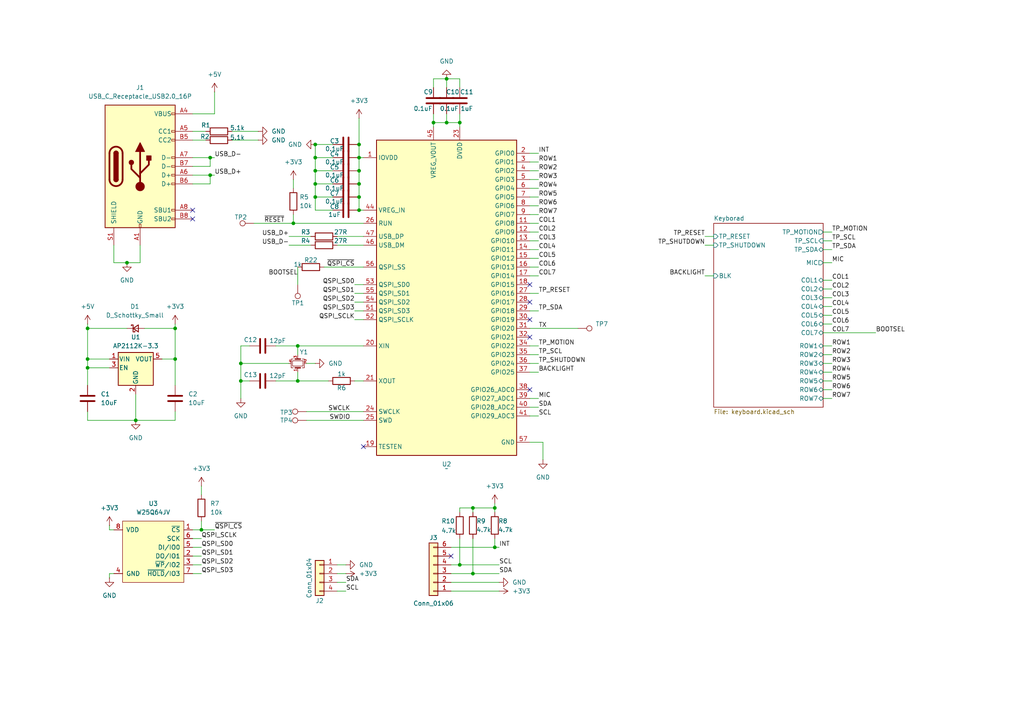
<source format=kicad_sch>
(kicad_sch (version 20231120) (generator "eeschema") (generator_version "8.0")
  (paper "A4")
  (lib_symbols
    (symbol "Connector:TestPoint" (pin_numbers hide) (pin_names (offset 0.762) hide)
      (property "Reference" "TP" (at 0 6.858 0))
      (property "Value" "TestPoint" (at 0 5.08 0))
      (symbol "TestPoint_0_1"
        (circle (center 0 3.302) (radius 0.762))
      )
      (symbol "TestPoint_1_1"
        (pin passive line (at 0 0 90) (length 2.54) (name "1") (number "1"))
      )
    )
    (symbol "Connector:USB_C_Receptacle_USB2.0_16P" (pin_names (offset 1.016))
      (property "Reference" "J" (at 0 22.225 0))
      (property "Value" "USB_C_Receptacle_USB2.0_16P" (at 0 19.685 0))
      (symbol "USB_C_Receptacle_USB2.0_16P_0_0"
        (rectangle (start -0.254 -17.78) (end 0.254 -16.764))
        (rectangle (start 10.16 -14.986) (end 9.144 -15.494))
        (rectangle (start 10.16 -12.446) (end 9.144 -12.954))
        (rectangle (start 10.16 -4.826) (end 9.144 -5.334))
        (rectangle (start 10.16 -2.286) (end 9.144 -2.794))
        (rectangle (start 10.16 0.254) (end 9.144 -0.254))
        (rectangle (start 10.16 2.794) (end 9.144 2.286))
        (rectangle (start 10.16 7.874) (end 9.144 7.366))
        (rectangle (start 10.16 10.414) (end 9.144 9.906))
        (rectangle (start 10.16 15.494) (end 9.144 14.986))
      )
      (symbol "USB_C_Receptacle_USB2.0_16P_0_1"
        (rectangle (start -10.16 17.78) (end 10.16 -17.78) (stroke (width 0.254)) (fill (type background)))
        (arc (start -8.89 -3.81) (mid -6.985 -5.7067) (end -5.08 -3.81) (stroke (width 0.508)))
        (arc (start -7.62 -3.81) (mid -6.985 -4.4423) (end -6.35 -3.81) (stroke (width 0.254)))
        (arc (start -7.62 -3.81) (mid -6.985 -4.4423) (end -6.35 -3.81) (stroke (width 0.254)) (fill (type outline)))
        (rectangle (start -7.62 -3.81) (end -6.35 3.81) (stroke (width 0.254)) (fill (type outline)))
        (arc (start -6.35 3.81) (mid -6.985 4.4423) (end -7.62 3.81) (stroke (width 0.254)))
        (arc (start -6.35 3.81) (mid -6.985 4.4423) (end -7.62 3.81) (stroke (width 0.254)) (fill (type outline)))
        (arc (start -5.08 3.81) (mid -6.985 5.7067) (end -8.89 3.81) (stroke (width 0.508)))
        (circle (center -2.54 1.143) (radius 0.635) (stroke (width 0.254)) (fill (type outline)))
        (circle (center 0 -5.842) (radius 1.27) (fill (type outline)))
        (polyline (pts (xy -8.89 -3.81) (xy -8.89 3.81)) (stroke (width 0.508)))
        (polyline (pts (xy -5.08 3.81) (xy -5.08 -3.81)) (stroke (width 0.508)))
        (polyline (pts (xy 0 -5.842) (xy 0 4.318)) (stroke (width 0.508)))
        (polyline (pts (xy 0 -3.302) (xy -2.54 -0.762) (xy -2.54 0.508)) (stroke (width 0.508)))
        (polyline (pts (xy 0 -2.032) (xy 2.54 0.508) (xy 2.54 1.778)) (stroke (width 0.508)))
        (polyline (pts (xy -1.27 4.318) (xy 0 6.858) (xy 1.27 4.318) (xy -1.27 4.318)) (stroke (width 0.254)) (fill (type outline)))
        (rectangle (start 1.905 1.778) (end 3.175 3.048) (stroke (width 0.254)) (fill (type outline)))
      )
      (symbol "USB_C_Receptacle_USB2.0_16P_1_1"
        (pin passive line (at 0 -22.86 90) (length 5.08) (name "GND") (number "A1"))
        (pin passive line (at 0 -22.86 90) (length 5.08) hide (name "GND") (number "A12"))
        (pin passive line (at 15.24 15.24 180) (length 5.08) (name "VBUS") (number "A4"))
        (pin bidirectional line (at 15.24 10.16 180) (length 5.08) (name "CC1") (number "A5"))
        (pin bidirectional line (at 15.24 -2.54 180) (length 5.08) (name "D+") (number "A6"))
        (pin bidirectional line (at 15.24 2.54 180) (length 5.08) (name "D-") (number "A7"))
        (pin bidirectional line (at 15.24 -12.7 180) (length 5.08) (name "SBU1") (number "A8"))
        (pin passive line (at 15.24 15.24 180) (length 5.08) hide (name "VBUS") (number "A9"))
        (pin passive line (at 0 -22.86 90) (length 5.08) hide (name "GND") (number "B1"))
        (pin passive line (at 0 -22.86 90) (length 5.08) hide (name "GND") (number "B12"))
        (pin passive line (at 15.24 15.24 180) (length 5.08) hide (name "VBUS") (number "B4"))
        (pin bidirectional line (at 15.24 7.62 180) (length 5.08) (name "CC2") (number "B5"))
        (pin bidirectional line (at 15.24 -5.08 180) (length 5.08) (name "D+") (number "B6"))
        (pin bidirectional line (at 15.24 0 180) (length 5.08) (name "D-") (number "B7"))
        (pin bidirectional line (at 15.24 -15.24 180) (length 5.08) (name "SBU2") (number "B8"))
        (pin passive line (at 15.24 15.24 180) (length 5.08) hide (name "VBUS") (number "B9"))
        (pin passive line (at -7.62 -22.86 90) (length 5.08) (name "SHIELD") (number "S1"))
      )
    )
    (symbol "Connector_Generic:Conn_01x04" (pin_names (offset 1.016) hide)
      (property "Reference" "J" (at 0 5.08 0))
      (property "Value" "Conn_01x04" (at 0 -7.62 0))
      (symbol "Conn_01x04_1_1"
        (rectangle (start -1.27 -4.953) (end 0 -5.207) (stroke (width 0.1524)))
        (rectangle (start -1.27 -2.413) (end 0 -2.667) (stroke (width 0.1524)))
        (rectangle (start -1.27 0.127) (end 0 -0.127) (stroke (width 0.1524)))
        (rectangle (start -1.27 2.667) (end 0 2.413) (stroke (width 0.1524)))
        (rectangle (start -1.27 3.81) (end 1.27 -6.35) (stroke (width 0.254)) (fill (type background)))
        (pin passive line (at -5.08 2.54 0) (length 3.81) (name "Pin_1") (number "1"))
        (pin passive line (at -5.08 0 0) (length 3.81) (name "Pin_2") (number "2"))
        (pin passive line (at -5.08 -2.54 0) (length 3.81) (name "Pin_3") (number "3"))
        (pin passive line (at -5.08 -5.08 0) (length 3.81) (name "Pin_4") (number "4"))
      )
    )
    (symbol "Connector_Generic:Conn_01x06" (pin_names (offset 1.016) hide)
      (property "Reference" "J" (at 0 7.62 0))
      (property "Value" "Conn_01x06" (at 0 -10.16 0))
      (symbol "Conn_01x06_1_1"
        (rectangle (start -1.27 -7.493) (end 0 -7.747) (stroke (width 0.1524)))
        (rectangle (start -1.27 -4.953) (end 0 -5.207) (stroke (width 0.1524)))
        (rectangle (start -1.27 -2.413) (end 0 -2.667) (stroke (width 0.1524)))
        (rectangle (start -1.27 0.127) (end 0 -0.127) (stroke (width 0.1524)))
        (rectangle (start -1.27 2.667) (end 0 2.413) (stroke (width 0.1524)))
        (rectangle (start -1.27 5.207) (end 0 4.953) (stroke (width 0.1524)))
        (rectangle (start -1.27 6.35) (end 1.27 -8.89) (stroke (width 0.254)) (fill (type background)))
        (pin passive line (at -5.08 5.08 0) (length 3.81) (name "Pin_1") (number "1"))
        (pin passive line (at -5.08 2.54 0) (length 3.81) (name "Pin_2") (number "2"))
        (pin passive line (at -5.08 0 0) (length 3.81) (name "Pin_3") (number "3"))
        (pin passive line (at -5.08 -2.54 0) (length 3.81) (name "Pin_4") (number "4"))
        (pin passive line (at -5.08 -5.08 0) (length 3.81) (name "Pin_5") (number "5"))
        (pin passive line (at -5.08 -7.62 0) (length 3.81) (name "Pin_6") (number "6"))
      )
    )
    (symbol "Device:C" (pin_numbers hide) (pin_names (offset 0.254))
      (property "Reference" "C" (at 0.635 2.54 0))
      (property "Value" "C" (at 0.635 -2.54 0))
      (symbol "C_0_1"
        (polyline (pts (xy -2.032 -0.762) (xy 2.032 -0.762)) (stroke (width 0.508)))
        (polyline (pts (xy -2.032 0.762) (xy 2.032 0.762)) (stroke (width 0.508)))
      )
      (symbol "C_1_1"
        (pin passive line (at 0 3.81 270) (length 2.794) (name "~") (number "1"))
        (pin passive line (at 0 -3.81 90) (length 2.794) (name "~") (number "2"))
      )
    )
    (symbol "Device:Crystal_GND24_Small" (pin_names (offset 1.016) hide)
      (property "Reference" "Y" (at 1.27 4.445 0))
      (property "Value" "Crystal_GND24_Small" (at 1.27 2.54 0))
      (symbol "Crystal_GND24_Small_0_1"
        (rectangle (start -0.762 -1.524) (end 0.762 1.524))
        (polyline (pts (xy -1.27 -0.762) (xy -1.27 0.762)) (stroke (width 0.381)))
        (polyline (pts (xy 1.27 -0.762) (xy 1.27 0.762)) (stroke (width 0.381)))
        (polyline (pts (xy -1.27 -1.27) (xy -1.27 -1.905) (xy 1.27 -1.905) (xy 1.27 -1.27)))
        (polyline (pts (xy -1.27 1.27) (xy -1.27 1.905) (xy 1.27 1.905) (xy 1.27 1.27)))
      )
      (symbol "Crystal_GND24_Small_1_1"
        (pin passive line (at -2.54 0 0) (length 1.27) (name "1") (number "1"))
        (pin passive line (at 0 -2.54 90) (length 0.635) (name "2") (number "2"))
        (pin passive line (at 2.54 0 180) (length 1.27) (name "3") (number "3"))
        (pin passive line (at 0 2.54 270) (length 0.635) (name "4") (number "4"))
      )
    )
    (symbol "Device:D_Schottky_Small" (pin_numbers hide) (pin_names (offset 0.254) hide)
      (property "Reference" "D" (at -1.27 2.032 0))
      (property "Value" "D_Schottky_Small" (at -7.112 -2.032 0))
      (symbol "D_Schottky_Small_0_1"
        (polyline (pts (xy -0.762 0) (xy 0.762 0)))
        (polyline (pts (xy 0.762 -1.016) (xy -0.762 0) (xy 0.762 1.016) (xy 0.762 -1.016)) (stroke (width 0.254)))
        (polyline (pts (xy -1.27 0.762) (xy -1.27 1.016) (xy -0.762 1.016) (xy -0.762 -1.016) (xy -0.254 -1.016) (xy -0.254 -0.762)) (stroke (width 0.254)))
      )
      (symbol "D_Schottky_Small_1_1"
        (pin passive line (at -2.54 0 0) (length 1.778) (name "K") (number "1"))
        (pin passive line (at 2.54 0 180) (length 1.778) (name "A") (number "2"))
      )
    )
    (symbol "Device:R" (pin_numbers hide) (pin_names (offset 0))
      (property "Reference" "R" (at 2.032 0 90))
      (property "Value" "R" (at 0 0 90))
      (symbol "R_0_1"
        (rectangle (start -1.016 -2.54) (end 1.016 2.54) (stroke (width 0.254)))
      )
      (symbol "R_1_1"
        (pin passive line (at 0 3.81 270) (length 1.27) (name "~") (number "1"))
        (pin passive line (at 0 -3.81 90) (length 1.27) (name "~") (number "2"))
      )
    )
    (symbol "Memory_Flash_Extra:W25Q64JV" (pin_names (offset 1.016))
      (property "Reference" "U" (at 8.89 10.16 0))
      (property "Value" "W25Q64JV" (at 0 -10.16 0))
      (symbol "W25Q64JV_0_1"
        (rectangle (start -8.89 8.89) (end 8.89 -8.89) (fill (type background)))
      )
      (symbol "W25Q64JV_1_1"
        (pin input line (at 11.43 6.35 180) (length 2.54) (name "~{CS}") (number "1"))
        (pin bidirectional line (at 11.43 -1.27 180) (length 2.54) (name "DO/IO1") (number "2"))
        (pin bidirectional line (at 11.43 -3.81 180) (length 2.54) (name "~{WP}/IO2") (number "3"))
        (pin power_in line (at -11.43 -6.35 0) (length 2.54) (name "GND") (number "4"))
        (pin bidirectional line (at 11.43 1.27 180) (length 2.54) (name "DI/IO0") (number "5"))
        (pin input line (at 11.43 3.81 180) (length 2.54) (name "SCK") (number "6"))
        (pin bidirectional line (at 11.43 -6.35 180) (length 2.54) (name "~{HOLD}/IO3") (number "7"))
        (pin power_in line (at -11.43 6.35 0) (length 2.54) (name "VDD") (number "8"))
        (pin passive line (at -11.43 -6.35 0) (length 2.54) hide (name "GND") (number "9"))
      )
    )
    (symbol "New_Library:my_RP2040"
      (property "Reference" "U" (at 20.828 -1.524 0))
      (symbol "my_RP2040_0_1"
        (rectangle (start -19.05 -6.35) (end 21.59 -97.79) (stroke (width 0.254)) (fill (type background)))
      )
      (symbol "my_RP2040_1_1"
        (pin power_in line (at -22.86 -11.43 0) (length 3.81) (name "IOVDD") (number "1"))
        (pin passive line (at -22.86 -11.43 0) (length 3.81) hide (name "IOVDD") (number "10"))
        (pin bidirectional line (at 25.4 -30.48 180) (length 3.81) (name "GPIO8") (number "11"))
        (pin bidirectional line (at 25.4 -33.02 180) (length 3.81) (name "GPIO9") (number "12"))
        (pin bidirectional line (at 25.4 -35.56 180) (length 3.81) (name "GPIO10") (number "13"))
        (pin bidirectional line (at 25.4 -38.1 180) (length 3.81) (name "GPIO11") (number "14"))
        (pin bidirectional line (at 25.4 -40.64 180) (length 3.81) (name "GPIO12") (number "15"))
        (pin bidirectional line (at 25.4 -43.18 180) (length 3.81) (name "GPIO13") (number "16"))
        (pin bidirectional line (at 25.4 -45.72 180) (length 3.81) (name "GPIO14") (number "17"))
        (pin bidirectional line (at 25.4 -48.26 180) (length 3.81) (name "GPIO15") (number "18"))
        (pin input line (at -22.86 -95.25 0) (length 3.81) (name "TESTEN") (number "19"))
        (pin bidirectional line (at 25.4 -10.16 180) (length 3.81) (name "GPIO0") (number "2"))
        (pin input line (at -22.86 -66.04 0) (length 3.81) (name "XIN") (number "20"))
        (pin passive line (at -22.86 -76.2 0) (length 3.81) (name "XOUT") (number "21"))
        (pin passive line (at -22.86 -11.43 0) (length 3.81) hide (name "IOVDD") (number "22"))
        (pin power_in line (at 5.08 -2.54 270) (length 3.81) (name "DVDD") (number "23"))
        (pin input line (at -22.86 -85.09 0) (length 3.81) (name "SWCLK") (number "24"))
        (pin bidirectional line (at -22.86 -87.63 0) (length 3.81) (name "SWD") (number "25"))
        (pin input line (at -22.86 -30.48 0) (length 3.81) (name "RUN") (number "26"))
        (pin bidirectional line (at 25.4 -50.8 180) (length 3.81) (name "GPIO16") (number "27"))
        (pin bidirectional line (at 25.4 -53.34 180) (length 3.81) (name "GPIO17") (number "28"))
        (pin bidirectional line (at 25.4 -55.88 180) (length 3.81) (name "GPIO18") (number "29"))
        (pin bidirectional line (at 25.4 -12.7 180) (length 3.81) (name "GPIO1") (number "3"))
        (pin bidirectional line (at 25.4 -58.42 180) (length 3.81) (name "GPIO19") (number "30"))
        (pin bidirectional line (at 25.4 -60.96 180) (length 3.81) (name "GPIO20") (number "31"))
        (pin bidirectional line (at 25.4 -63.5 180) (length 3.81) (name "GPIO21") (number "32"))
        (pin passive line (at -22.86 -11.43 0) (length 3.81) hide (name "IOVDD") (number "33"))
        (pin bidirectional line (at 25.4 -66.04 180) (length 3.81) (name "GPIO22") (number "34"))
        (pin bidirectional line (at 25.4 -68.58 180) (length 3.81) (name "GPIO23") (number "35"))
        (pin bidirectional line (at 25.4 -71.12 180) (length 3.81) (name "GPIO24") (number "36"))
        (pin bidirectional line (at 25.4 -73.66 180) (length 3.81) (name "GPIO25") (number "37"))
        (pin bidirectional line (at 25.4 -78.74 180) (length 3.81) (name "GPIO26_ADC0") (number "38"))
        (pin bidirectional line (at 25.4 -81.28 180) (length 3.81) (name "GPIO27_ADC1") (number "39"))
        (pin bidirectional line (at 25.4 -15.24 180) (length 3.81) (name "GPIO2") (number "4"))
        (pin bidirectional line (at 25.4 -83.82 180) (length 3.81) (name "GPIO28_ADC2") (number "40"))
        (pin bidirectional line (at 25.4 -86.36 180) (length 3.81) (name "GPIO29_ADC3") (number "41"))
        (pin passive line (at -22.86 -11.43 0) (length 3.81) hide (name "IOVDD") (number "42"))
        (pin power_in line (at -22.86 -11.43 0) (length 3.81) hide (name "ADC_AVDD") (number "43"))
        (pin power_in line (at -22.86 -26.67 0) (length 3.81) (name "VREG_IN") (number "44"))
        (pin power_out line (at -2.54 -2.54 270) (length 3.81) (name "VREG_VOUT") (number "45"))
        (pin bidirectional line (at -22.86 -36.83 0) (length 3.81) (name "USB_DM") (number "46"))
        (pin bidirectional line (at -22.86 -34.29 0) (length 3.81) (name "USB_DP") (number "47"))
        (pin power_in line (at -22.86 -11.43 0) (length 3.81) hide (name "USB_VDD") (number "48"))
        (pin passive line (at -22.86 -11.43 0) (length 3.81) hide (name "IOVDD") (number "49"))
        (pin bidirectional line (at 25.4 -17.78 180) (length 3.81) (name "GPIO3") (number "5"))
        (pin passive line (at 5.08 -2.54 270) (length 3.81) hide (name "DVDD") (number "50"))
        (pin bidirectional line (at -22.86 -55.88 0) (length 3.81) (name "QSPI_SD3") (number "51"))
        (pin output line (at -22.86 -58.42 0) (length 3.81) (name "QSPI_SCLK") (number "52"))
        (pin bidirectional line (at -22.86 -48.26 0) (length 3.81) (name "QSPI_SD0") (number "53"))
        (pin bidirectional line (at -22.86 -53.34 0) (length 3.81) (name "QSPI_SD2") (number "54"))
        (pin bidirectional line (at -22.86 -50.8 0) (length 3.81) (name "QSPI_SD1") (number "55"))
        (pin bidirectional line (at -22.86 -43.18 0) (length 3.81) (name "QSPI_SS") (number "56"))
        (pin power_in line (at 25.4 -93.98 180) (length 3.81) (name "GND") (number "57"))
        (pin bidirectional line (at 25.4 -20.32 180) (length 3.81) (name "GPIO4") (number "6"))
        (pin bidirectional line (at 25.4 -22.86 180) (length 3.81) (name "GPIO5") (number "7"))
        (pin bidirectional line (at 25.4 -25.4 180) (length 3.81) (name "GPIO6") (number "8"))
        (pin bidirectional line (at 25.4 -27.94 180) (length 3.81) (name "GPIO7") (number "9"))
      )
    )
    (symbol "Regulator_Linear:AP2112K-3.3" (pin_names (offset 0.254))
      (property "Reference" "U" (at -5.08 5.715 0))
      (property "Value" "AP2112K-3.3" (at 0 5.715 0))
      (symbol "AP2112K-3.3_0_1"
        (rectangle (start -5.08 4.445) (end 5.08 -5.08) (stroke (width 0.254)) (fill (type background)))
      )
      (symbol "AP2112K-3.3_1_1"
        (pin power_in line (at -7.62 2.54 0) (length 2.54) (name "VIN") (number "1"))
        (pin power_in line (at 0 -7.62 90) (length 2.54) (name "GND") (number "2"))
        (pin input line (at -7.62 0 0) (length 2.54) (name "EN") (number "3"))
        (pin no_connect line (at 5.08 0 180) (length 2.54) hide (name "NC") (number "4"))
        (pin power_out line (at 7.62 2.54 180) (length 2.54) (name "VOUT") (number "5"))
      )
    )
    (symbol "power:+3V3" (power) (pin_numbers hide) (pin_names (offset 0) hide)
      (property "Value" "+3V3" (at 0 3.556 0))
      (symbol "+3V3_0_1"
        (polyline (pts (xy -0.762 1.27) (xy 0 2.54)))
        (polyline (pts (xy 0 0) (xy 0 2.54)))
        (polyline (pts (xy 0 2.54) (xy 0.762 1.27)))
      )
      (symbol "+3V3_1_1"
        (pin power_in line (at 0 0 90) (length 0) (name "~") (number "1"))
      )
    )
    (symbol "power:+5V" (power) (pin_numbers hide) (pin_names (offset 0) hide)
      (property "Value" "+5V" (at 0 3.556 0))
      (symbol "+5V_0_1"
        (polyline (pts (xy -0.762 1.27) (xy 0 2.54)))
        (polyline (pts (xy 0 0) (xy 0 2.54)))
        (polyline (pts (xy 0 2.54) (xy 0.762 1.27)))
      )
      (symbol "+5V_1_1"
        (pin power_in line (at 0 0 90) (length 0) (name "~") (number "1"))
      )
    )
    (symbol "power:GND" (power) (pin_numbers hide) (pin_names (offset 0) hide)
      (property "Value" "GND" (at 0 -3.81 0))
      (symbol "GND_0_1"
        (polyline (pts (xy 0 0) (xy 0 -1.27) (xy 1.27 -1.27) (xy 0 -2.54) (xy -1.27 -1.27) (xy 0 -1.27)))
      )
      (symbol "GND_1_1"
        (pin power_in line (at 0 0 270) (length 0) (name "~") (number "1"))
      )
    )
  )
  (junction (at 91.44 41.91))
  (junction (at 137.16 147.32))
  (junction (at 104.14 57.15))
  (junction (at 25.4 104.14))
  (junction (at 50.8 95.25))
  (junction (at 104.14 60.96))
  (junction (at 25.4 106.68))
  (junction (at 143.51 158.75))
  (junction (at 137.16 166.37))
  (junction (at 91.44 57.15))
  (junction (at 91.44 53.34))
  (junction (at 85.09 64.77))
  (junction (at 50.8 104.14))
  (junction (at 133.35 163.83))
  (junction (at 104.14 49.53))
  (junction (at 91.44 49.53))
  (junction (at 36.83 76.2))
  (junction (at 69.85 110.49))
  (junction (at 129.54 22.86))
  (junction (at 60.96 45.72))
  (junction (at 86.36 110.49))
  (junction (at 129.54 35.56))
  (junction (at 25.4 95.25))
  (junction (at 58.42 153.67))
  (junction (at 143.51 147.32))
  (junction (at 39.37 121.92))
  (junction (at 104.14 53.34))
  (junction (at 60.96 50.8))
  (junction (at 133.35 35.56))
  (junction (at 91.44 45.72))
  (junction (at 69.85 105.41))
  (junction (at 86.36 100.33))
  (junction (at 104.14 45.72))
  (junction (at 104.14 41.91))
  (junction (at 125.73 35.56))
  (no_connect (at 153.67 82.55))
  (no_connect (at 130.81 161.29))
  (no_connect (at 55.88 63.5))
  (no_connect (at 105.41 129.54))
  (no_connect (at 153.67 97.79))
  (no_connect (at 153.67 87.63))
  (no_connect (at 55.88 60.96))
  (no_connect (at 153.67 113.03))
  (no_connect (at 153.67 92.71))
  (wire (pts (xy 69.85 110.49) (xy 72.39 110.49)))
  (wire (pts (xy 83.82 71.12) (xy 90.17 71.12)))
  (wire (pts (xy 238.76 67.31) (xy 241.3 67.31)))
  (wire (pts (xy 25.4 121.92) (xy 39.37 121.92)))
  (wire (pts (xy 69.85 110.49) (xy 69.85 115.57)))
  (wire (pts (xy 85.09 64.77) (xy 85.09 62.23)))
  (wire (pts (xy 238.76 113.03) (xy 241.3 113.03)))
  (wire (pts (xy 86.36 100.33) (xy 105.41 100.33)))
  (wire (pts (xy 153.67 67.31) (xy 156.21 67.31)))
  (wire (pts (xy 58.42 151.13) (xy 58.42 153.67)))
  (wire (pts (xy 97.79 168.91) (xy 100.33 168.91)))
  (wire (pts (xy 97.79 166.37) (xy 100.33 166.37)))
  (wire (pts (xy 153.67 62.23) (xy 156.21 62.23)))
  (wire (pts (xy 73.66 64.77) (xy 85.09 64.77)))
  (wire (pts (xy 33.02 166.37) (xy 31.75 166.37)))
  (wire (pts (xy 58.42 140.97) (xy 58.42 143.51)))
  (wire (pts (xy 130.81 171.45) (xy 144.78 171.45)))
  (wire (pts (xy 153.67 95.25) (xy 167.64 95.25)))
  (wire (pts (xy 153.67 54.61) (xy 156.21 54.61)))
  (wire (pts (xy 91.44 49.53) (xy 96.52 49.53)))
  (wire (pts (xy 238.76 102.87) (xy 241.3 102.87)))
  (wire (pts (xy 62.23 26.67) (xy 62.23 33.02)))
  (wire (pts (xy 86.36 107.95) (xy 86.36 110.49)))
  (wire (pts (xy 105.41 60.96) (xy 104.14 60.96)))
  (wire (pts (xy 104.14 57.15) (xy 104.14 60.96)))
  (wire (pts (xy 238.76 100.33) (xy 241.3 100.33)))
  (wire (pts (xy 104.14 45.72) (xy 104.14 49.53)))
  (wire (pts (xy 97.79 163.83) (xy 100.33 163.83)))
  (wire (pts (xy 33.02 71.12) (xy 33.02 76.2)))
  (wire (pts (xy 102.87 82.55) (xy 105.41 82.55)))
  (wire (pts (xy 102.87 110.49) (xy 105.41 110.49)))
  (wire (pts (xy 153.67 80.01) (xy 156.21 80.01)))
  (wire (pts (xy 153.67 72.39) (xy 156.21 72.39)))
  (wire (pts (xy 80.01 100.33) (xy 86.36 100.33)))
  (wire (pts (xy 97.79 171.45) (xy 100.33 171.45)))
  (wire (pts (xy 83.82 68.58) (xy 90.17 68.58)))
  (wire (pts (xy 62.23 33.02) (xy 55.88 33.02)))
  (wire (pts (xy 41.91 95.25) (xy 50.8 95.25)))
  (wire (pts (xy 238.76 110.49) (xy 241.3 110.49)))
  (wire (pts (xy 25.4 93.98) (xy 25.4 95.25)))
  (wire (pts (xy 153.67 118.11) (xy 156.21 118.11)))
  (wire (pts (xy 137.16 148.59) (xy 137.16 147.32)))
  (wire (pts (xy 25.4 95.25) (xy 25.4 104.14)))
  (wire (pts (xy 238.76 83.82) (xy 241.3 83.82)))
  (wire (pts (xy 25.4 106.68) (xy 25.4 111.76)))
  (wire (pts (xy 67.31 38.1) (xy 74.93 38.1)))
  (wire (pts (xy 50.8 104.14) (xy 46.99 104.14)))
  (wire (pts (xy 55.88 38.1) (xy 59.69 38.1)))
  (wire (pts (xy 91.44 49.53) (xy 91.44 53.34)))
  (wire (pts (xy 104.14 34.29) (xy 104.14 41.91)))
  (wire (pts (xy 88.9 105.41) (xy 91.44 105.41)))
  (wire (pts (xy 50.8 95.25) (xy 50.8 104.14)))
  (wire (pts (xy 153.67 77.47) (xy 156.21 77.47)))
  (wire (pts (xy 153.67 46.99) (xy 156.21 46.99)))
  (wire (pts (xy 55.88 158.75) (xy 58.42 158.75)))
  (wire (pts (xy 91.44 57.15) (xy 91.44 60.96)))
  (wire (pts (xy 40.64 76.2) (xy 36.83 76.2)))
  (wire (pts (xy 238.76 88.9) (xy 241.3 88.9)))
  (wire (pts (xy 55.88 50.8) (xy 60.96 50.8)))
  (wire (pts (xy 125.73 25.4) (xy 125.73 22.86)))
  (wire (pts (xy 91.44 53.34) (xy 91.44 57.15)))
  (wire (pts (xy 133.35 163.83) (xy 144.78 163.83)))
  (wire (pts (xy 153.67 44.45) (xy 156.21 44.45)))
  (wire (pts (xy 97.79 68.58) (xy 105.41 68.58)))
  (wire (pts (xy 55.88 48.26) (xy 60.96 48.26)))
  (wire (pts (xy 91.44 57.15) (xy 96.52 57.15)))
  (wire (pts (xy 102.87 90.17) (xy 105.41 90.17)))
  (wire (pts (xy 133.35 25.4) (xy 133.35 22.86)))
  (wire (pts (xy 55.88 45.72) (xy 60.96 45.72)))
  (wire (pts (xy 153.67 69.85) (xy 156.21 69.85)))
  (wire (pts (xy 25.4 104.14) (xy 31.75 104.14)))
  (wire (pts (xy 153.67 90.17) (xy 156.21 90.17)))
  (wire (pts (xy 50.8 119.38) (xy 50.8 121.92)))
  (wire (pts (xy 58.42 153.67) (xy 62.23 153.67)))
  (wire (pts (xy 125.73 35.56) (xy 129.54 35.56)))
  (wire (pts (xy 33.02 76.2) (xy 36.83 76.2)))
  (wire (pts (xy 204.47 80.01) (xy 207.01 80.01)))
  (wire (pts (xy 88.9 119.38) (xy 105.41 119.38)))
  (wire (pts (xy 39.37 121.92) (xy 50.8 121.92)))
  (wire (pts (xy 153.67 57.15) (xy 156.21 57.15)))
  (wire (pts (xy 129.54 33.02) (xy 129.54 35.56)))
  (wire (pts (xy 39.37 114.3) (xy 39.37 121.92)))
  (wire (pts (xy 69.85 105.41) (xy 69.85 110.49)))
  (wire (pts (xy 133.35 148.59) (xy 133.35 147.32)))
  (wire (pts (xy 125.73 35.56) (xy 125.73 36.83)))
  (wire (pts (xy 69.85 100.33) (xy 69.85 105.41)))
  (wire (pts (xy 102.87 92.71) (xy 105.41 92.71)))
  (wire (pts (xy 125.73 33.02) (xy 125.73 35.56)))
  (wire (pts (xy 88.9 121.92) (xy 105.41 121.92)))
  (wire (pts (xy 129.54 35.56) (xy 133.35 35.56)))
  (wire (pts (xy 80.01 110.49) (xy 86.36 110.49)))
  (wire (pts (xy 86.36 77.47) (xy 86.36 82.55)))
  (wire (pts (xy 153.67 128.27) (xy 157.48 128.27)))
  (wire (pts (xy 31.75 153.67) (xy 33.02 153.67)))
  (wire (pts (xy 238.76 86.36) (xy 241.3 86.36)))
  (wire (pts (xy 129.54 22.86) (xy 129.54 25.4)))
  (wire (pts (xy 130.81 163.83) (xy 133.35 163.83)))
  (wire (pts (xy 130.81 166.37) (xy 137.16 166.37)))
  (wire (pts (xy 31.75 152.4) (xy 31.75 153.67)))
  (wire (pts (xy 153.67 52.07) (xy 156.21 52.07)))
  (wire (pts (xy 153.67 100.33) (xy 156.21 100.33)))
  (wire (pts (xy 204.47 71.12) (xy 207.01 71.12)))
  (wire (pts (xy 153.67 49.53) (xy 156.21 49.53)))
  (wire (pts (xy 204.47 68.58) (xy 207.01 68.58)))
  (wire (pts (xy 25.4 106.68) (xy 25.4 104.14)))
  (wire (pts (xy 133.35 35.56) (xy 133.35 36.83)))
  (wire (pts (xy 31.75 166.37) (xy 31.75 167.64)))
  (wire (pts (xy 93.98 77.47) (xy 105.41 77.47)))
  (wire (pts (xy 40.64 71.12) (xy 40.64 76.2)))
  (wire (pts (xy 133.35 22.86) (xy 129.54 22.86)))
  (wire (pts (xy 153.67 85.09) (xy 156.21 85.09)))
  (wire (pts (xy 157.48 128.27) (xy 157.48 133.35)))
  (wire (pts (xy 72.39 100.33) (xy 69.85 100.33)))
  (wire (pts (xy 91.44 45.72) (xy 91.44 49.53)))
  (wire (pts (xy 238.76 81.28) (xy 241.3 81.28)))
  (wire (pts (xy 104.14 41.91) (xy 104.14 45.72)))
  (wire (pts (xy 91.44 41.91) (xy 96.52 41.91)))
  (wire (pts (xy 86.36 100.33) (xy 86.36 102.87)))
  (wire (pts (xy 130.81 158.75) (xy 143.51 158.75)))
  (wire (pts (xy 25.4 119.38) (xy 25.4 121.92)))
  (wire (pts (xy 153.67 105.41) (xy 156.21 105.41)))
  (wire (pts (xy 55.88 156.21) (xy 58.42 156.21)))
  (wire (pts (xy 153.67 120.65) (xy 156.21 120.65)))
  (wire (pts (xy 69.85 105.41) (xy 83.82 105.41)))
  (wire (pts (xy 238.76 69.85) (xy 241.3 69.85)))
  (wire (pts (xy 143.51 158.75) (xy 144.78 158.75)))
  (wire (pts (xy 153.67 102.87) (xy 156.21 102.87)))
  (wire (pts (xy 133.35 156.21) (xy 133.35 163.83)))
  (wire (pts (xy 238.76 91.44) (xy 241.3 91.44)))
  (wire (pts (xy 102.87 87.63) (xy 105.41 87.63)))
  (wire (pts (xy 104.14 49.53) (xy 104.14 53.34)))
  (wire (pts (xy 50.8 104.14) (xy 50.8 111.76)))
  (wire (pts (xy 153.67 64.77) (xy 156.21 64.77)))
  (wire (pts (xy 238.76 107.95) (xy 241.3 107.95)))
  (wire (pts (xy 153.67 115.57) (xy 156.21 115.57)))
  (wire (pts (xy 137.16 156.21) (xy 137.16 166.37)))
  (wire (pts (xy 50.8 93.98) (xy 50.8 95.25)))
  (wire (pts (xy 238.76 72.39) (xy 241.3 72.39)))
  (wire (pts (xy 143.51 156.21) (xy 143.51 158.75)))
  (wire (pts (xy 60.96 53.34) (xy 60.96 50.8)))
  (wire (pts (xy 85.09 52.07) (xy 85.09 54.61)))
  (wire (pts (xy 238.76 93.98) (xy 241.3 93.98)))
  (wire (pts (xy 31.75 106.68) (xy 25.4 106.68)))
  (wire (pts (xy 133.35 33.02) (xy 133.35 35.56)))
  (wire (pts (xy 60.96 50.8) (xy 62.23 50.8)))
  (wire (pts (xy 105.41 64.77) (xy 85.09 64.77)))
  (wire (pts (xy 238.76 105.41) (xy 241.3 105.41)))
  (wire (pts (xy 143.51 147.32) (xy 143.51 148.59)))
  (wire (pts (xy 102.87 85.09) (xy 105.41 85.09)))
  (wire (pts (xy 55.88 163.83) (xy 58.42 163.83)))
  (wire (pts (xy 86.36 110.49) (xy 95.25 110.49)))
  (wire (pts (xy 238.76 76.2) (xy 241.3 76.2)))
  (wire (pts (xy 91.44 45.72) (xy 96.52 45.72)))
  (wire (pts (xy 137.16 147.32) (xy 143.51 147.32)))
  (wire (pts (xy 104.14 53.34) (xy 104.14 57.15)))
  (wire (pts (xy 104.14 45.72) (xy 105.41 45.72)))
  (wire (pts (xy 55.88 161.29) (xy 58.42 161.29)))
  (wire (pts (xy 91.44 53.34) (xy 96.52 53.34)))
  (wire (pts (xy 55.88 153.67) (xy 58.42 153.67)))
  (wire (pts (xy 153.67 59.69) (xy 156.21 59.69)))
  (wire (pts (xy 137.16 166.37) (xy 144.78 166.37)))
  (wire (pts (xy 238.76 115.57) (xy 241.3 115.57)))
  (wire (pts (xy 133.35 147.32) (xy 137.16 147.32)))
  (wire (pts (xy 60.96 48.26) (xy 60.96 45.72)))
  (wire (pts (xy 91.44 41.91) (xy 91.44 45.72)))
  (wire (pts (xy 25.4 95.25) (xy 36.83 95.25)))
  (wire (pts (xy 153.67 107.95) (xy 156.21 107.95)))
  (wire (pts (xy 143.51 146.05) (xy 143.51 147.32)))
  (wire (pts (xy 55.88 40.64) (xy 59.69 40.64)))
  (wire (pts (xy 67.31 40.64) (xy 74.93 40.64)))
  (wire (pts (xy 60.96 45.72) (xy 62.23 45.72)))
  (wire (pts (xy 97.79 71.12) (xy 105.41 71.12)))
  (wire (pts (xy 55.88 166.37) (xy 58.42 166.37)))
  (wire (pts (xy 91.44 60.96) (xy 96.52 60.96)))
  (wire (pts (xy 153.67 74.93) (xy 156.21 74.93)))
  (wire (pts (xy 130.81 168.91) (xy 144.78 168.91)))
  (wire (pts (xy 55.88 53.34) (xy 60.96 53.34)))
  (wire (pts (xy 238.76 96.52) (xy 254 96.52)))
  (wire (pts (xy 125.73 22.86) (xy 129.54 22.86)))
  (label "~{QSPI_CS}" (at 102.87 77.47 180))
  (label "COL1" (at 156.21 64.77 0))
  (label "TP_SHUTDOWN" (at 204.47 71.12 180))
  (label "COL7" (at 156.21 80.01 0))
  (label "QSPI_SD1" (at 58.42 161.29 0))
  (label "COL7" (at 241.3 96.52 0))
  (label "QSPI_SD1" (at 102.87 85.09 180))
  (label "SDA" (at 100.33 168.91 0))
  (label "INT" (at 144.78 158.75 0))
  (label "COL6" (at 156.21 77.47 0))
  (label "INT" (at 156.21 44.45 0))
  (label "ROW2" (at 241.3 102.87 0))
  (label "ROW7" (at 241.3 115.57 0))
  (label "USB_D-" (at 62.23 45.72 0))
  (label "TP_SCL" (at 156.21 102.87 0))
  (label "TP_SDA" (at 156.21 90.17 0))
  (label "ROW3" (at 156.21 52.07 0))
  (label "TP_SDA" (at 241.3 72.39 0))
  (label "SWCLK" (at 101.6 119.38 180))
  (label "ROW5" (at 156.21 57.15 0))
  (label "MIC" (at 156.21 115.57 0))
  (label "ROW5" (at 241.3 110.49 0))
  (label "QSPI_SD3" (at 102.87 90.17 180))
  (label "TX" (at 156.21 95.25 0))
  (label "BACKLIGHT" (at 156.21 107.95 0))
  (label "ROW2" (at 156.21 49.53 0))
  (label "COL3" (at 241.3 86.36 0))
  (label "SCL" (at 156.21 120.65 0))
  (label "QSPI_SD0" (at 58.42 158.75 0))
  (label "SCL" (at 144.78 163.83 0))
  (label "COL6" (at 241.3 93.98 0))
  (label "QSPI_SD2" (at 102.87 87.63 180))
  (label "USB_D+" (at 62.23 50.8 0))
  (label "TP_SHUTDOWN" (at 156.21 105.41 0))
  (label "TP_SCL" (at 241.3 69.85 0))
  (label "COL4" (at 241.3 88.9 0))
  (label "BOOTSEL" (at 254 96.52 0))
  (label "QSPI_SD3" (at 58.42 166.37 0))
  (label "BOOTSEL" (at 86.36 80.01 180))
  (label "ROW4" (at 156.21 54.61 0))
  (label "ROW1" (at 241.3 100.33 0))
  (label "SDA" (at 156.21 118.11 0))
  (label "TP_MOTION" (at 241.3 67.31 0))
  (label "ROW1" (at 156.21 46.99 0))
  (label "COL5" (at 241.3 91.44 0))
  (label "MIC" (at 241.3 76.2 0))
  (label "COL4" (at 156.21 72.39 0))
  (label "ROW6" (at 241.3 113.03 0))
  (label "COL2" (at 156.21 67.31 0))
  (label "~{RESET}" (at 82.55 64.77 180))
  (label "SCL" (at 100.33 171.45 0))
  (label "TP_RESET" (at 204.47 68.58 180))
  (label "~{QSPI_CS}" (at 62.23 153.67 0))
  (label "SDA" (at 144.78 166.37 0))
  (label "COL1" (at 241.3 81.28 0))
  (label "COL2" (at 241.3 83.82 0))
  (label "SWDIO" (at 101.6 121.92 180))
  (label "TP_RESET" (at 156.21 85.09 0))
  (label "USB_D+" (at 83.82 68.58 180))
  (label "QSPI_SCLK" (at 58.42 156.21 0))
  (label "ROW6" (at 156.21 59.69 0))
  (label "ROW3" (at 241.3 105.41 0))
  (label "ROW7" (at 156.21 62.23 0))
  (label "TP_MOTION" (at 156.21 100.33 0))
  (label "QSPI_SD2" (at 58.42 163.83 0))
  (label "COL5" (at 156.21 74.93 0))
  (label "ROW4" (at 241.3 107.95 0))
  (label "QSPI_SCLK" (at 102.87 92.71 180))
  (label "COL3" (at 156.21 69.85 0))
  (label "QSPI_SD0" (at 102.87 82.55 180))
  (label "USB_D-" (at 83.82 71.12 180))
  (label "BACKLIGHT" (at 204.47 80.01 180))
  (symbol (lib_id "power:GND") (at 39.37 121.92 0) (unit 1)
    (property "Reference" "#PWR06" (effects (hide yes)))
    (property "Value" "GND" (at 39.37 127 0))
    (property "Description" "Power symbol creates a global label with name \"GND\" , ground" (effects (hide yes)))
  )
  (symbol (lib_id "Device:D_Schottky_Small") (at 39.37 95.25 0) (unit 1)
    (property "Reference" "D1" (at 39.116 88.9 0))
    (property "Value" "D_Schottky_Small" (at 39.116 91.44 0))
    (property "Footprint" "Diode_SMD:D_SOD-323" (effects (hide yes)))
    (property "Description" "Schottky diode, small symbol" (effects (hide yes)))
  )
  (symbol (lib_id "Device:R") (at 63.5 40.64 90) (unit 1)
    (property "Reference" "R2" (at 59.436 39.624 90))
    (property "Value" "5.1k" (at 68.834 39.878 90))
    (property "Footprint" "Resistor_SMD:R_0603_1608Metric" (effects (hide yes)))
    (property "Description" "Resistor" (effects (hide yes)))
  )
  (symbol (lib_id "Device:R") (at 93.98 68.58 90) (unit 1)
    (property "Reference" "R3" (at 88.646 67.31 90))
    (property "Value" "27R" (at 98.806 67.31 90))
    (property "Footprint" "Resistor_SMD:R_0603_1608Metric" (effects (hide yes)))
    (property "Description" "Resistor" (effects (hide yes)))
  )
  (symbol (lib_id "Device:C") (at 100.33 49.53 90) (unit 1)
    (property "Reference" "C5" (at 97.028 48.514 90))
    (property "Value" "0.1uF" (at 97.028 50.8 90))
    (property "Footprint" "Capacitor_SMD:C_0603_1608Metric" (effects (hide yes)))
    (property "Description" "Unpolarized capacitor" (effects (hide yes)))
  )
  (symbol (lib_id "power:GND") (at 31.75 167.64 0) (unit 1)
    (property "Reference" "#PWR016" (effects (hide yes)))
    (property "Value" "GND" (at 31.75 172.72 0))
    (property "Description" "Power symbol creates a global label with name \"GND\" , ground" (effects (hide yes)))
  )
  (symbol (lib_id "Device:R") (at 137.16 152.4 0) (unit 1)
    (property "Reference" "R9" (at 138.176 151.13 0) (effects (justify left)))
    (property "Value" "4.7k" (at 138.176 153.67 0) (effects (justify left)))
    (property "Footprint" "Resistor_SMD:R_0603_1608Metric" (effects (hide yes)))
    (property "Description" "Resistor" (effects (hide yes)))
  )
  (symbol (lib_id "Connector_Generic:Conn_01x06") (at 125.73 166.37 180) (unit 1)
    (property "Reference" "J3" (at 125.73 155.956 0))
    (property "Value" "Conn_01x06" (at 125.73 175.006 0))
    (property "Footprint" "Connector_PinHeader_2.54mm:PinHeader_1x06_P2.54mm_Horizontal" (effects (hide yes)))
    (property "Description" "Generic connector, single row, 01x06, script generated (kicad-library-utils/schlib/autogen/connector/)" (effects (hide yes)))
  )
  (symbol (lib_id "Device:C") (at 100.33 60.96 90) (unit 1)
    (property "Reference" "C8" (at 97.028 59.944 90))
    (property "Value" "1uF" (at 97.028 62.23 90))
    (property "Footprint" "Capacitor_SMD:C_0603_1608Metric" (effects (hide yes)))
    (property "Description" "Unpolarized capacitor" (effects (hide yes)))
  )
  (symbol (lib_id "power:GND") (at 100.33 163.83 90) (unit 1)
    (property "Reference" "#PWR018" (effects (hide yes)))
    (property "Value" "GND" (at 104.14 163.8299 90) (effects (justify right)))
    (property "Description" "Power symbol creates a global label with name \"GND\" , ground" (effects (hide yes)))
  )
  (symbol (lib_id "Connector:TestPoint") (at 88.9 121.92 90) (unit 1)
    (property "Reference" "TP4" (at 83.058 121.92 90))
    (property "Value" "TestPoint" (effects (hide yes)))
    (property "Footprint" "TestPoint:TestPoint_Pad_D1.5mm" (effects (hide yes)))
    (property "Description" "test point" (effects (hide yes)))
  )
  (symbol (lib_id "Device:C") (at 129.54 29.21 180) (unit 1)
    (property "Reference" "C10" (at 131.318 26.67 0))
    (property "Value" "0.1uF" (at 130.302 31.496 0))
    (property "Footprint" "Capacitor_SMD:C_0603_1608Metric" (effects (hide yes)))
    (property "Description" "Unpolarized capacitor" (effects (hide yes)))
  )
  (symbol (lib_id "power:GND") (at 129.54 22.86 180) (unit 1)
    (property "Reference" "#PWR011" (effects (hide yes)))
    (property "Value" "GND" (at 129.54 17.78 0))
    (property "Description" "Power symbol creates a global label with name \"GND\" , ground" (effects (hide yes)))
  )
  (symbol (lib_id "Connector:TestPoint") (at 167.64 95.25 270) (unit 1)
    (property "Reference" "TP7" (at 172.72 93.9799 90) (effects (justify left)))
    (property "Value" "TestPoint" (effects (hide yes)))
    (property "Footprint" "TestPoint:TestPoint_Pad_D1.5mm" (effects (hide yes)))
    (property "Description" "test point" (effects (hide yes)))
  )
  (symbol (lib_id "Connector_Generic:Conn_01x04") (at 92.71 166.37 0) (mirror y) (unit 1)
    (property "Reference" "J2" (at 92.71 174.244 0))
    (property "Value" "Conn_01x04" (at 89.662 167.64 90))
    (property "Footprint" "Connector_JST:JST_GH_SM04B-GHS-TB_1x04-1MP_P1.25mm_Horizontal" (effects (hide yes)))
    (property "Description" "Generic connector, single row, 01x04, script generated (kicad-library-utils/schlib/autogen/connector/)" (effects (hide yes)))
  )
  (symbol (lib_id "Device:C") (at 100.33 41.91 90) (unit 1)
    (property "Reference" "C3" (at 97.028 40.894 90))
    (property "Value" "0.1uF" (at 97.028 43.18 90))
    (property "Footprint" "Capacitor_SMD:C_0603_1608Metric" (effects (hide yes)))
    (property "Description" "Unpolarized capacitor" (effects (hide yes)))
  )
  (symbol (lib_id "Device:R") (at 85.09 58.42 0) (unit 1)
    (property "Reference" "R5" (at 86.868 57.15 0) (effects (justify left)))
    (property "Value" "10k" (at 86.868 59.69 0) (effects (justify left)))
    (property "Footprint" "Resistor_SMD:R_0603_1608Metric" (effects (hide yes)))
    (property "Description" "Resistor" (effects (hide yes)))
  )
  (symbol (lib_id "Device:R") (at 133.35 152.4 0) (unit 1)
    (property "Reference" "R10" (at 128.016 151.13 0) (effects (justify left)))
    (property "Value" "4.7k" (at 128.016 153.924 0) (effects (justify left)))
    (property "Footprint" "Resistor_SMD:R_0603_1608Metric" (effects (hide yes)))
    (property "Description" "Resistor" (effects (hide yes)))
  )
  (symbol (lib_id "Device:C") (at 100.33 57.15 90) (unit 1)
    (property "Reference" "C7" (at 97.028 56.134 90))
    (property "Value" "0.1uF" (at 97.028 58.42 90))
    (property "Footprint" "Capacitor_SMD:C_0603_1608Metric" (effects (hide yes)))
    (property "Description" "Unpolarized capacitor" (effects (hide yes)))
  )
  (symbol (lib_id "Device:C") (at 100.33 53.34 90) (unit 1)
    (property "Reference" "C6" (at 97.028 52.324 90))
    (property "Value" "0.1uF" (at 97.028 54.61 90))
    (property "Footprint" "Capacitor_SMD:C_0603_1608Metric" (effects (hide yes)))
    (property "Description" "Unpolarized capacitor" (effects (hide yes)))
  )
  (symbol (lib_id "power:+5V") (at 62.23 26.67 0) (unit 1)
    (property "Reference" "#PWR02" (effects (hide yes)))
    (property "Value" "+5V" (at 62.23 21.59 0))
    (property "Description" "Power symbol creates a global label with name \"+5V\"" (effects (hide yes)))
  )
  (symbol (lib_id "power:+3V3") (at 144.78 171.45 270) (unit 1)
    (property "Reference" "#PWR021" (effects (hide yes)))
    (property "Value" "+3V3" (at 148.59 171.4499 90) (effects (justify left)))
    (property "Description" "Power symbol creates a global label with name \"+3V3\"" (effects (hide yes)))
  )
  (symbol (lib_id "Device:R") (at 143.51 152.4 0) (unit 1)
    (property "Reference" "R8" (at 144.526 151.13 0) (effects (justify left)))
    (property "Value" "4.7k" (at 144.526 153.67 0) (effects (justify left)))
    (property "Footprint" "Resistor_SMD:R_0603_1608Metric" (effects (hide yes)))
    (property "Description" "Resistor" (effects (hide yes)))
  )
  (symbol (lib_id "New_Library:my_RP2040") (at 128.27 34.29 0) (unit 1)
    (property "Reference" "U2" (at 129.54 134.62 0))
    (property "Value" "~" (at 129.54 135.89 0))
    (property "Footprint" "RP2040:QFN40P700X700X90-57N" (effects (hide yes)))
  )
  (symbol (lib_id "power:+3V3") (at 85.09 52.07 0) (unit 1)
    (property "Reference" "#PWR012" (effects (hide yes)))
    (property "Value" "+3V3" (at 85.09 46.99 0))
    (property "Description" "Power symbol creates a global label with name \"+3V3\"" (effects (hide yes)))
  )
  (symbol (lib_id "Device:C") (at 25.4 115.57 0) (unit 1)
    (property "Reference" "C1" (at 29.21 114.2999 0) (effects (justify left)))
    (property "Value" "10uF" (at 29.21 116.8399 0) (effects (justify left)))
    (property "Footprint" "Capacitor_SMD:C_0603_1608Metric" (effects (hide yes)))
    (property "Description" "Unpolarized capacitor" (effects (hide yes)))
  )
  (symbol (lib_id "Regulator_Linear:AP2112K-3.3") (at 39.37 106.68 0) (unit 1)
    (property "Reference" "U1" (at 39.37 97.79 0))
    (property "Value" "AP2112K-3.3" (at 39.37 100.33 0))
    (property "Footprint" "Package_TO_SOT_SMD:SOT-23-5" (effects (hide yes)))
    (property "Datasheet" "https://www.diodes.com/assets/Datasheets/AP2112.pdf" (effects (hide yes)))
    (property "Description" "600mA low dropout linear regulator, with enable pin, 3.8V-6V input voltage range, 3.3V fixed positive output, SOT-23-5" (effects (hide yes)))
  )
  (symbol (lib_id "Connector:USB_C_Receptacle_USB2.0_16P") (at 40.64 48.26 0) (unit 1)
    (property "Reference" "J1" (at 40.64 25.4 0))
    (property "Value" "USB_C_Receptacle_USB2.0_16P" (at 40.64 27.94 0))
    (property "Footprint" "Connector_USB:USB_C_Receptacle_HRO_TYPE-C-31-M-12" (effects (hide yes)))
    (property "Datasheet" "https://www.usb.org/sites/default/files/documents/usb_type-c.zip" (effects (hide yes)))
    (property "Description" "USB 2.0-only 16P Type-C Receptacle connector" (effects (hide yes)))
  )
  (symbol (lib_id "Connector:TestPoint") (at 86.36 82.55 180) (unit 1)
    (property "Reference" "TP1" (at 84.582 87.884 0) (effects (justify right)))
    (property "Value" "TestPoint" (effects (hide yes)))
    (property "Footprint" "TestPoint:TestPoint_Pad_D1.5mm" (effects (hide yes)))
    (property "Description" "test point" (effects (hide yes)))
  )
  (symbol (lib_id "Device:Crystal_GND24_Small") (at 86.36 105.41 90) (unit 1)
    (property "Reference" "Y1" (at 88.138 102.108 90))
    (property "Value" "Crystal_GND24_Small" (effects (hide yes)))
    (property "Footprint" "Crystal:Crystal_SMD_2520-4Pin_2.5x2.0mm" (effects (hide yes)))
    (property "Description" "Four pin crystal, GND on pins 2 and 4, small symbol" (effects (hide yes)))
  )
  (symbol (lib_id "Device:C") (at 100.33 45.72 90) (unit 1)
    (property "Reference" "C4" (at 97.028 44.704 90))
    (property "Value" "0.1uF" (at 97.028 46.99 90))
    (property "Footprint" "Capacitor_SMD:C_0603_1608Metric" (effects (hide yes)))
    (property "Description" "Unpolarized capacitor" (effects (hide yes)))
  )
  (symbol (lib_id "Device:C") (at 125.73 29.21 180) (unit 1)
    (property "Reference" "C9" (at 124.206 26.67 0))
    (property "Value" "0.1uF" (at 122.682 31.496 0))
    (property "Footprint" "Capacitor_SMD:C_0603_1608Metric" (effects (hide yes)))
    (property "Description" "Unpolarized capacitor" (effects (hide yes)))
  )
  (symbol (lib_id "Device:C") (at 133.35 29.21 180) (unit 1)
    (property "Reference" "C11" (at 135.382 26.67 0))
    (property "Value" "1uF" (at 135.382 31.496 0))
    (property "Footprint" "Capacitor_SMD:C_0603_1608Metric" (effects (hide yes)))
    (property "Description" "Unpolarized capacitor" (effects (hide yes)))
  )
  (symbol (lib_id "Connector:TestPoint") (at 73.66 64.77 90) (unit 1)
    (property "Reference" "TP2" (at 69.85 62.992 90))
    (property "Value" "TestPoint" (effects (hide yes)))
    (property "Footprint" "TestPoint:TestPoint_Pad_D1.5mm" (effects (hide yes)))
    (property "Description" "test point" (effects (hide yes)))
  )
  (symbol (lib_id "power:GND") (at 91.44 105.41 90) (unit 1)
    (property "Reference" "#PWR014" (effects (hide yes)))
    (property "Value" "GND" (at 95.25 105.4099 90) (effects (justify right)))
    (property "Description" "Power symbol creates a global label with name \"GND\" , ground" (effects (hide yes)))
  )
  (symbol (lib_id "Device:R") (at 58.42 147.32 0) (unit 1)
    (property "Reference" "R7" (at 60.96 146.0499 0) (effects (justify left)))
    (property "Value" "10k" (at 60.96 148.5899 0) (effects (justify left)))
    (property "Footprint" "Resistor_SMD:R_0603_1608Metric" (effects (hide yes)))
    (property "Description" "Resistor" (effects (hide yes)))
  )
  (symbol (lib_id "power:GND") (at 91.44 41.91 270) (unit 1)
    (property "Reference" "#PWR010" (effects (hide yes)))
    (property "Value" "GND" (at 87.63 41.9099 90) (effects (justify right)))
    (property "Description" "Power symbol creates a global label with name \"GND\" , ground" (effects (hide yes)))
  )
  (symbol (lib_id "Connector:TestPoint") (at 88.9 119.38 90) (unit 1)
    (property "Reference" "TP3" (at 83.058 119.634 90))
    (property "Value" "TestPoint" (effects (hide yes)))
    (property "Footprint" "TestPoint:TestPoint_Pad_D1.5mm" (effects (hide yes)))
    (property "Description" "test point" (effects (hide yes)))
  )
  (symbol (lib_id "power:+3V3") (at 31.75 152.4 0) (unit 1)
    (property "Reference" "#PWR015" (effects (hide yes)))
    (property "Value" "+3V3" (at 31.75 147.32 0))
    (property "Description" "Power symbol creates a global label with name \"+3V3\"" (effects (hide yes)))
  )
  (symbol (lib_id "Device:R") (at 99.06 110.49 90) (unit 1)
    (property "Reference" "R6" (at 99.06 112.522 90))
    (property "Value" "1k" (at 99.06 108.458 90))
    (property "Footprint" "Resistor_SMD:R_0603_1608Metric" (effects (hide yes)))
    (property "Description" "Resistor" (effects (hide yes)))
  )
  (symbol (lib_id "power:+3V3") (at 50.8 93.98 0) (unit 1)
    (property "Reference" "#PWR07" (effects (hide yes)))
    (property "Value" "+3V3" (at 50.8 88.9 0))
    (property "Description" "Power symbol creates a global label with name \"+3V3\"" (effects (hide yes)))
  )
  (symbol (lib_id "power:GND") (at 144.78 168.91 90) (unit 1)
    (property "Reference" "#PWR020" (effects (hide yes)))
    (property "Value" "GND" (at 148.59 168.9099 90) (effects (justify right)))
    (property "Description" "Power symbol creates a global label with name \"GND\" , ground" (effects (hide yes)))
  )
  (symbol (lib_id "power:+3V3") (at 58.42 140.97 0) (unit 1)
    (property "Reference" "#PWR017" (effects (hide yes)))
    (property "Value" "+3V3" (at 58.42 135.89 0))
    (property "Description" "Power symbol creates a global label with name \"+3V3\"" (effects (hide yes)))
  )
  (symbol (lib_id "Device:R") (at 63.5 38.1 90) (unit 1)
    (property "Reference" "R1" (at 59.69 36.322 90))
    (property "Value" "5.1k" (at 68.834 37.084 90))
    (property "Footprint" "Resistor_SMD:R_0603_1608Metric" (effects (hide yes)))
    (property "Description" "Resistor" (effects (hide yes)))
  )
  (symbol (lib_id "Device:R") (at 90.17 77.47 90) (unit 1)
    (property "Reference" "R22" (at 90.17 75.438 90))
    (property "Value" "1k" (at 86.36 76.708 90))
    (property "Footprint" "Resistor_SMD:R_0603_1608Metric" (effects (hide yes)))
    (property "Description" "Resistor" (effects (hide yes)))
  )
  (symbol (lib_id "power:GND") (at 157.48 133.35 0) (unit 1)
    (property "Reference" "#PWR08" (effects (hide yes)))
    (property "Value" "GND" (at 157.48 138.43 0))
    (property "Description" "Power symbol creates a global label with name \"GND\" , ground" (effects (hide yes)))
  )
  (symbol (lib_id "power:GND") (at 74.93 38.1 90) (unit 1)
    (property "Reference" "#PWR03" (effects (hide yes)))
    (property "Value" "GND" (at 78.74 38.0999 90) (effects (justify right)))
    (property "Description" "Power symbol creates a global label with name \"GND\" , ground" (effects (hide yes)))
  )
  (symbol (lib_id "power:GND") (at 36.83 76.2 0) (unit 1)
    (property "Reference" "#PWR01" (effects (hide yes)))
    (property "Value" "GND" (at 36.83 81.28 0))
    (property "Description" "Power symbol creates a global label with name \"GND\" , ground" (effects (hide yes)))
  )
  (symbol (lib_id "power:GND") (at 69.85 115.57 0) (unit 1)
    (property "Reference" "#PWR013" (effects (hide yes)))
    (property "Value" "GND" (at 69.85 120.65 0))
    (property "Description" "Power symbol creates a global label with name \"GND\" , ground" (effects (hide yes)))
  )
  (symbol (lib_id "Memory_Flash_Extra:W25Q64JV") (at 44.45 160.02 0) (unit 1)
    (property "Reference" "U3" (at 44.45 146.05 0))
    (property "Value" "W25Q64JV" (at 44.45 148.59 0))
    (property "Footprint" "Package_SO:SOIC-8_5.275x5.275mm_P1.27mm" (effects (hide yes)))
  )
  (symbol (lib_id "Device:R") (at 93.98 71.12 90) (unit 1)
    (property "Reference" "R4" (at 88.646 69.85 90))
    (property "Value" "27R" (at 98.806 69.85 90))
    (property "Footprint" "Resistor_SMD:R_0603_1608Metric" (effects (hide yes)))
    (property "Description" "Resistor" (effects (hide yes)))
  )
  (symbol (lib_id "power:GND") (at 74.93 40.64 90) (unit 1)
    (property "Reference" "#PWR04" (effects (hide yes)))
    (property "Value" "GND" (at 78.74 40.6399 90) (effects (justify right)))
    (property "Description" "Power symbol creates a global label with name \"GND\" , ground" (effects (hide yes)))
  )
  (symbol (lib_id "power:+5V") (at 25.4 93.98 0) (unit 1)
    (property "Reference" "#PWR05" (effects (hide yes)))
    (property "Value" "+5V" (at 25.4 88.9 0))
    (property "Description" "Power symbol creates a global label with name \"+5V\"" (effects (hide yes)))
  )
  (symbol (lib_id "Device:C") (at 76.2 110.49 90) (unit 1)
    (property "Reference" "C13" (at 72.644 108.712 90))
    (property "Value" "12pF" (at 80.518 108.966 90))
    (property "Footprint" "Capacitor_SMD:C_0603_1608Metric" (effects (hide yes)))
    (property "Description" "Unpolarized capacitor" (effects (hide yes)))
  )
  (symbol (lib_id "Device:C") (at 50.8 115.57 0) (unit 1)
    (property "Reference" "C2" (at 54.61 114.2999 0) (effects (justify left)))
    (property "Value" "10uF" (at 54.61 116.8399 0) (effects (justify left)))
    (property "Footprint" "Capacitor_SMD:C_0603_1608Metric" (effects (hide yes)))
    (property "Description" "Unpolarized capacitor" (effects (hide yes)))
  )
  (symbol (lib_id "Device:C") (at 76.2 100.33 90) (unit 1)
    (property "Reference" "C12" (at 72.644 98.552 90))
    (property "Value" "12pF" (at 80.518 98.806 90))
    (property "Footprint" "Capacitor_SMD:C_0603_1608Metric" (effects (hide yes)))
    (property "Description" "Unpolarized capacitor" (effects (hide yes)))
  )
  (symbol (lib_id "power:+3V3") (at 143.51 146.05 0) (unit 1)
    (property "Reference" "#PWR022" (effects (hide yes)))
    (property "Value" "+3V3" (at 143.51 140.97 0))
    (property "Description" "Power symbol creates a global label with name \"+3V3\"" (effects (hide yes)))
  )
  (symbol (lib_id "power:+3V3") (at 100.33 166.37 270) (unit 1)
    (property "Reference" "#PWR019" (effects (hide yes)))
    (property "Value" "+3V3" (at 104.14 166.3699 90) (effects (justify left)))
    (property "Description" "Power symbol creates a global label with name \"+3V3\"" (effects (hide yes)))
  )
  (symbol (lib_id "power:+3V3") (at 104.14 34.29 0) (unit 1)
    (property "Reference" "#PWR09" (effects (hide yes)))
    (property "Value" "+3V3" (at 104.14 29.21 0))
    (property "Description" "Power symbol creates a global label with name \"+3V3\"" (effects (hide yes)))
  )
  (sheet (at 207.01 64.77) (size 31.75 53.34) (stroke (width 0.1524))
    (property "Sheetname" "Keyborad" (at 207.01 64.0584 0) (effects (justify left bottom)))
    (property "Sheetfile" "keyboard.kicad_sch" (at 207.01 118.6946 0) (effects (justify left top)))
    (pin "TP_RESET" input (at 207.01 68.58 180))
    (pin "TP_SDA" bidirectional (at 238.76 72.39 0))
    (pin "TP_SCL" input (at 238.76 69.85 0))
    (pin "TP_SHUTDOWN" input (at 207.01 71.12 180))
    (pin "TP_MOTION" output (at 238.76 67.31 0))
    (pin "BLK" input (at 207.01 80.01 180))
    (pin "COL1" bidirectional (at 238.76 81.28 0))
    (pin "COL2" bidirectional (at 238.76 83.82 0))
    (pin "COL5" bidirectional (at 238.76 91.44 0))
    (pin "COL4" bidirectional (at 238.76 88.9 0))
    (pin "COL3" bidirectional (at 238.76 86.36 0))
    (pin "COL6" bidirectional (at 238.76 93.98 0))
    (pin "COL7" bidirectional (at 238.76 96.52 0))
    (pin "ROW1" bidirectional (at 238.76 100.33 0))
    (pin "ROW2" bidirectional (at 238.76 102.87 0))
    (pin "ROW3" bidirectional (at 238.76 105.41 0))
    (pin "ROW4" bidirectional (at 238.76 107.95 0))
    (pin "ROW5" bidirectional (at 238.76 110.49 0))
    (pin "ROW6" bidirectional (at 238.76 113.03 0))
    (pin "ROW7" bidirectional (at 238.76 115.57 0))
    (pin "MIC" output (at 238.76 76.2 0))
  )
)
</source>
